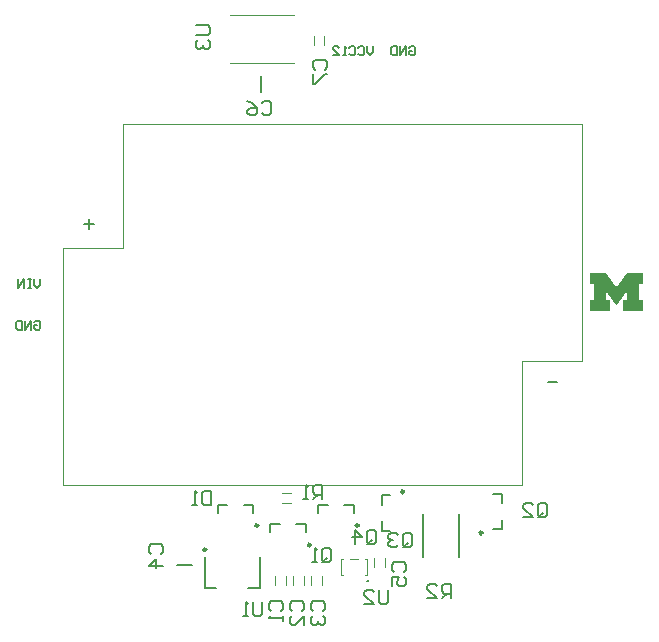
<source format=gbo>
%FSLAX24Y24*%
%MOIN*%
G70*
G01*
G75*
G04 Layer_Color=32896*
%ADD10C,0.0150*%
%ADD11R,0.1000X0.0291*%
%ADD12R,0.8661X0.8661*%
%ADD13O,0.0669X0.1102*%
%ADD14C,0.1100*%
%ADD15C,0.0400*%
%ADD16C,0.0300*%
%ADD17R,0.1000X0.1000*%
%ADD18R,0.1500X0.1000*%
%ADD19R,0.0394X0.0591*%
%ADD20R,0.0551X0.0547*%
%ADD21R,0.1913X0.1323*%
%ADD22R,0.0354X0.0197*%
%ADD23R,0.0591X0.0394*%
%ADD24R,0.0236X0.0551*%
%ADD25R,0.0236X0.0709*%
%ADD26R,0.0236X0.0512*%
%ADD27R,0.0197X0.0354*%
%ADD28R,0.0157X0.0354*%
%ADD29R,0.0512X0.0236*%
%ADD30R,0.1299X0.0532*%
%ADD31O,0.1181X0.1969*%
%ADD32C,0.0039*%
%ADD33C,0.0100*%
%ADD34R,0.0315X0.0540*%
%ADD35R,0.1060X0.0351*%
%ADD36R,0.8721X0.8721*%
%ADD37O,0.0729X0.1162*%
%ADD38C,0.0700*%
%ADD39C,0.0500*%
%ADD40C,0.0460*%
%ADD41R,0.1060X0.1060*%
%ADD42R,0.1560X0.1060*%
%ADD43R,0.0454X0.0651*%
%ADD44R,0.0611X0.0607*%
%ADD45R,0.1973X0.1383*%
%ADD46R,0.0414X0.0257*%
%ADD47R,0.0651X0.0454*%
%ADD48R,0.0296X0.0611*%
%ADD49R,0.0296X0.0769*%
%ADD50R,0.0296X0.0572*%
%ADD51R,0.0257X0.0414*%
%ADD52R,0.0197X0.0394*%
%ADD53R,0.0572X0.0296*%
%ADD54R,0.1359X0.0592*%
%ADD55O,0.1241X0.2029*%
%ADD56C,0.0098*%
%ADD57C,0.0079*%
%ADD58C,0.0050*%
%ADD59C,0.0080*%
G36*
X10694Y683D02*
X10556D01*
Y136D01*
X10694D01*
Y-227D01*
X10014D01*
Y136D01*
X10152D01*
Y464D01*
X9810Y-8D01*
X9787D01*
X9450Y464D01*
Y136D01*
X9588D01*
Y-227D01*
X8909D01*
Y136D01*
X9041D01*
Y683D01*
X8909D01*
Y1046D01*
X9447D01*
X9793Y568D01*
X9810D01*
X10155Y1046D01*
X10694D01*
Y683D01*
D02*
G37*
D32*
X-3080Y8063D02*
X-954D01*
X-3080Y9637D02*
X-954D01*
X-277Y8662D02*
Y8938D01*
X67Y8662D02*
Y8938D01*
X-1338Y-6273D02*
X-1062D01*
X-1338Y-6617D02*
X-1062D01*
X-1223Y-9338D02*
Y-9062D01*
X-1567Y-9338D02*
Y-9062D01*
X-623Y-9338D02*
Y-9062D01*
X-967Y-9338D02*
Y-9062D01*
X-23Y-9338D02*
Y-9062D01*
X-367Y-9338D02*
Y-9062D01*
X617Y-9026D02*
X696D01*
X617D02*
Y-8474D01*
X686D01*
X1404Y-9026D02*
X1483D01*
Y-8474D01*
X1414D02*
X1483D01*
X902D02*
X1198D01*
X2077Y-8738D02*
Y-8462D01*
X1733Y-8738D02*
Y-8462D01*
X-8661Y-6024D02*
Y1880D01*
Y-6024D02*
X6644D01*
Y-1890D01*
X8661D01*
Y6024D01*
X-6654D02*
X8661D01*
X-6654Y1880D02*
Y6024D01*
X-8661Y1880D02*
X-6654D01*
D33*
X1515Y-9213D02*
G03*
X1515Y-9213I-22J0D01*
G01*
D56*
X-3876Y-8167D02*
G03*
X-3876Y-8167I-49J0D01*
G01*
X-2142Y-7363D02*
G03*
X-2142Y-7363I-49J0D01*
G01*
X-392Y-8013D02*
G03*
X-392Y-8013I-49J0D01*
G01*
X1208Y-7363D02*
G03*
X1208Y-7363I-49J0D01*
G01*
X2713Y-6241D02*
G03*
X2713Y-6241I-49J0D01*
G01*
X5336Y-7609D02*
G03*
X5336Y-7609I-49J0D01*
G01*
D57*
X-2050Y7094D02*
Y7606D01*
X-4856Y-8676D02*
X-4344D01*
X-3906Y-9446D02*
Y-8423D01*
Y-9446D02*
X-3532D01*
X-2094D02*
Y-8423D01*
X-2468Y-9446D02*
X-2094D01*
X-3491Y-6674D02*
X-3176D01*
X-3491Y-6950D02*
Y-6674D01*
X-2624D02*
X-2309D01*
Y-6950D02*
Y-6674D01*
X-1741Y-7324D02*
X-1426D01*
X-1741Y-7600D02*
Y-7324D01*
X-874D02*
X-559D01*
Y-7600D02*
Y-7324D01*
X-141Y-6674D02*
X174D01*
X-141Y-6950D02*
Y-6674D01*
X726D02*
X1041D01*
Y-6950D02*
Y-6674D01*
X1974Y-7541D02*
Y-7226D01*
Y-7541D02*
X2250D01*
X1974Y-6674D02*
Y-6359D01*
X2250D01*
X3340Y-8428D02*
Y-6972D01*
X4560Y-8428D02*
Y-6972D01*
X5976Y-6624D02*
Y-6309D01*
X5700D02*
X5976D01*
Y-7491D02*
Y-7176D01*
X5700Y-7491D02*
X5976D01*
D58*
X-9600Y-600D02*
X-9550Y-550D01*
X-9450D01*
X-9400Y-600D01*
Y-800D01*
X-9450Y-850D01*
X-9550D01*
X-9600Y-800D01*
Y-700D01*
X-9500D01*
X-9700Y-850D02*
Y-550D01*
X-9900Y-850D01*
Y-550D01*
X-10000D02*
Y-850D01*
X-10150D01*
X-10200Y-800D01*
Y-600D01*
X-10150Y-550D01*
X-10000D01*
X-9400Y850D02*
Y650D01*
X-9500Y550D01*
X-9600Y650D01*
Y850D01*
X-9700D02*
X-9800D01*
X-9750D01*
Y550D01*
X-9700D01*
X-9800D01*
X-9950D02*
Y850D01*
X-10150Y550D01*
Y850D01*
X2900Y8550D02*
X2950Y8600D01*
X3050D01*
X3100Y8550D01*
Y8350D01*
X3050Y8300D01*
X2950D01*
X2900Y8350D01*
Y8450D01*
X3000D01*
X2800Y8300D02*
Y8600D01*
X2600Y8300D01*
Y8600D01*
X2500D02*
Y8300D01*
X2350D01*
X2300Y8350D01*
Y8550D01*
X2350Y8600D01*
X2500D01*
X1700D02*
Y8400D01*
X1600Y8300D01*
X1500Y8400D01*
Y8600D01*
X1200Y8550D02*
X1250Y8600D01*
X1350D01*
X1400Y8550D01*
Y8350D01*
X1350Y8300D01*
X1250D01*
X1200Y8350D01*
X900Y8550D02*
X950Y8600D01*
X1050D01*
X1100Y8550D01*
Y8350D01*
X1050Y8300D01*
X950D01*
X900Y8350D01*
X800Y8300D02*
X700D01*
X750D01*
Y8600D01*
X800Y8550D01*
X350Y8300D02*
X550D01*
X350Y8500D01*
Y8550D01*
X400Y8600D01*
X500D01*
X550Y8550D01*
D59*
X-2020Y6700D02*
X-1940Y6780D01*
X-1780D01*
X-1700Y6700D01*
Y6380D01*
X-1780Y6300D01*
X-1940D01*
X-2020Y6380D01*
X-2500Y6780D02*
X-2340Y6700D01*
X-2180Y6540D01*
Y6380D01*
X-2260Y6300D01*
X-2420D01*
X-2500Y6380D01*
Y6460D01*
X-2420Y6540D01*
X-2180D01*
X-4230Y9300D02*
X-3830D01*
X-3750Y9220D01*
Y9060D01*
X-3830Y8980D01*
X-4230D01*
X-4150Y8820D02*
X-4230Y8740D01*
Y8580D01*
X-4150Y8500D01*
X-4070D01*
X-3990Y8580D01*
Y8660D01*
Y8580D01*
X-3910Y8500D01*
X-3830D01*
X-3750Y8580D01*
Y8740D01*
X-3830Y8820D01*
X-250Y7830D02*
X-330Y7910D01*
Y8070D01*
X-250Y8150D01*
X70D01*
X150Y8070D01*
Y7910D01*
X70Y7830D01*
X-330Y7670D02*
Y7350D01*
X-250D01*
X70Y7670D01*
X150D01*
X-5700Y-8320D02*
X-5780Y-8240D01*
Y-8080D01*
X-5700Y-8000D01*
X-5380D01*
X-5300Y-8080D01*
Y-8240D01*
X-5380Y-8320D01*
X-5300Y-8720D02*
X-5780D01*
X-5540Y-8480D01*
Y-8800D01*
X-2000Y-9920D02*
Y-10320D01*
X-2080Y-10400D01*
X-2240D01*
X-2320Y-10320D01*
Y-9920D01*
X-2480Y-10400D02*
X-2640D01*
X-2560D01*
Y-9920D01*
X-2480Y-10000D01*
X-3700Y-6220D02*
Y-6700D01*
X-3940D01*
X-4020Y-6620D01*
Y-6300D01*
X-3940Y-6220D01*
X-3700D01*
X-4180Y-6700D02*
X-4340D01*
X-4260D01*
Y-6220D01*
X-4180Y-6300D01*
X0Y-6500D02*
Y-6020D01*
X-240D01*
X-320Y-6100D01*
Y-6260D01*
X-240Y-6340D01*
X0D01*
X-160D02*
X-320Y-6500D01*
X-480D02*
X-640D01*
X-560D01*
Y-6020D01*
X-480Y-6100D01*
X-20Y-8520D02*
Y-8200D01*
X60Y-8120D01*
X220D01*
X300Y-8200D01*
Y-8520D01*
X220Y-8600D01*
X60D01*
X140Y-8440D02*
X-20Y-8600D01*
X60D02*
X-20Y-8520D01*
X-180Y-8600D02*
X-340D01*
X-260D01*
Y-8120D01*
X-180Y-8200D01*
X-1700Y-10220D02*
X-1780Y-10140D01*
Y-9980D01*
X-1700Y-9900D01*
X-1380D01*
X-1300Y-9980D01*
Y-10140D01*
X-1380Y-10220D01*
X-1300Y-10380D02*
Y-10540D01*
Y-10460D01*
X-1780D01*
X-1700Y-10380D01*
X-1000Y-10220D02*
X-1080Y-10140D01*
Y-9980D01*
X-1000Y-9900D01*
X-680D01*
X-600Y-9980D01*
Y-10140D01*
X-680Y-10220D01*
X-600Y-10700D02*
Y-10380D01*
X-920Y-10700D01*
X-1000D01*
X-1080Y-10620D01*
Y-10460D01*
X-1000Y-10380D01*
X-300Y-10220D02*
X-380Y-10140D01*
Y-9980D01*
X-300Y-9900D01*
X20D01*
X100Y-9980D01*
Y-10140D01*
X20Y-10220D01*
X-300Y-10380D02*
X-380Y-10460D01*
Y-10620D01*
X-300Y-10700D01*
X-220D01*
X-140Y-10620D01*
Y-10540D01*
Y-10620D01*
X-60Y-10700D01*
X20D01*
X100Y-10620D01*
Y-10460D01*
X20Y-10380D01*
X1480Y-7920D02*
Y-7600D01*
X1560Y-7520D01*
X1720D01*
X1800Y-7600D01*
Y-7920D01*
X1720Y-8000D01*
X1560D01*
X1640Y-7840D02*
X1480Y-8000D01*
X1560D02*
X1480Y-7920D01*
X1080Y-8000D02*
Y-7520D01*
X1320Y-7760D01*
X1000D01*
X2200Y-9520D02*
Y-9920D01*
X2120Y-10000D01*
X1960D01*
X1880Y-9920D01*
Y-9520D01*
X1400Y-10000D02*
X1720D01*
X1400Y-9680D01*
Y-9600D01*
X1480Y-9520D01*
X1640D01*
X1720Y-9600D01*
X2400Y-8920D02*
X2320Y-8840D01*
Y-8680D01*
X2400Y-8600D01*
X2720D01*
X2800Y-8680D01*
Y-8840D01*
X2720Y-8920D01*
X2320Y-9400D02*
Y-9080D01*
X2560D01*
X2480Y-9240D01*
Y-9320D01*
X2560Y-9400D01*
X2720D01*
X2800Y-9320D01*
Y-9160D01*
X2720Y-9080D01*
X2680Y-8020D02*
Y-7700D01*
X2760Y-7620D01*
X2920D01*
X3000Y-7700D01*
Y-8020D01*
X2920Y-8100D01*
X2760D01*
X2840Y-7940D02*
X2680Y-8100D01*
X2760D02*
X2680Y-8020D01*
X2520Y-7700D02*
X2440Y-7620D01*
X2280D01*
X2200Y-7700D01*
Y-7780D01*
X2280Y-7860D01*
X2360D01*
X2280D01*
X2200Y-7940D01*
Y-8020D01*
X2280Y-8100D01*
X2440D01*
X2520Y-8020D01*
X4300Y-9800D02*
Y-9320D01*
X4060D01*
X3980Y-9400D01*
Y-9560D01*
X4060Y-9640D01*
X4300D01*
X4140D02*
X3980Y-9800D01*
X3500D02*
X3820D01*
X3500Y-9480D01*
Y-9400D01*
X3580Y-9320D01*
X3740D01*
X3820Y-9400D01*
X7180Y-7020D02*
Y-6700D01*
X7260Y-6620D01*
X7420D01*
X7500Y-6700D01*
Y-7020D01*
X7420Y-7100D01*
X7260D01*
X7340Y-6940D02*
X7180Y-7100D01*
X7260D02*
X7180Y-7020D01*
X6700Y-7100D02*
X7020D01*
X6700Y-6780D01*
Y-6700D01*
X6780Y-6620D01*
X6940D01*
X7020Y-6700D01*
X-7943Y2683D02*
X-7623D01*
X-7783Y2523D02*
Y2843D01*
X7510Y-2592D02*
X7830D01*
M02*

</source>
